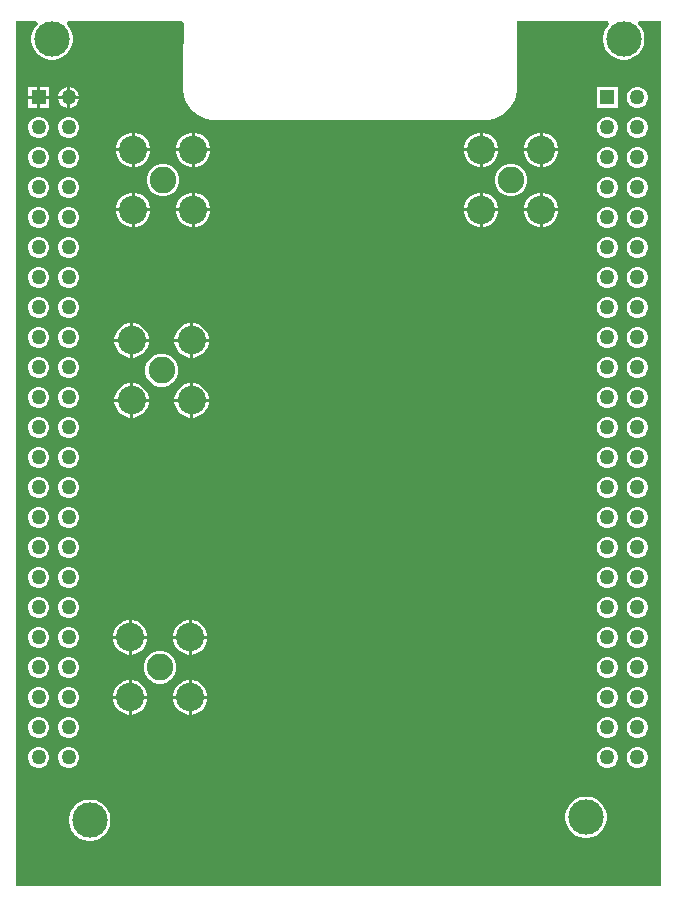
<source format=gbl>
G04*
G04 #@! TF.GenerationSoftware,Altium Limited,Altium Designer,25.8.1 (18)*
G04*
G04 Layer_Physical_Order=2*
G04 Layer_Color=16711680*
%FSLAX44Y44*%
%MOMM*%
G71*
G04*
G04 #@! TF.SameCoordinates,B4FD2330-8F18-4F1E-BBFD-ABE2F71AA5CF*
G04*
G04*
G04 #@! TF.FilePolarity,Positive*
G04*
G01*
G75*
%ADD17C,1.2750*%
%ADD18R,1.2750X1.2750*%
%ADD19C,2.2500*%
%ADD20C,2.4000*%
%ADD21C,3.0000*%
G36*
X546104Y0D02*
X0D01*
Y732557D01*
X17090D01*
X18142Y730017D01*
X16856Y728731D01*
X14936Y725858D01*
X13614Y722666D01*
X12940Y719277D01*
Y715823D01*
X13614Y712434D01*
X14936Y709242D01*
X16856Y706369D01*
X19299Y703926D01*
X22172Y702006D01*
X25364Y700684D01*
X28753Y700010D01*
X32208D01*
X35596Y700684D01*
X38788Y702006D01*
X41661Y703926D01*
X44104Y706369D01*
X46024Y709242D01*
X47346Y712434D01*
X48020Y715823D01*
Y719277D01*
X47346Y722666D01*
X46024Y725858D01*
X44104Y728731D01*
X42818Y730017D01*
X43870Y732557D01*
X139987D01*
X140078Y732515D01*
X141979Y730544D01*
Y715384D01*
X141946Y715304D01*
X140970Y710397D01*
Y710142D01*
X140920Y709892D01*
Y707390D01*
Y676910D01*
Y674408D01*
X140970Y674158D01*
Y673903D01*
X141946Y668996D01*
X142044Y668760D01*
X142093Y668510D01*
X144008Y663887D01*
X144150Y663675D01*
X144248Y663440D01*
X147027Y659280D01*
X147208Y659099D01*
X147349Y658887D01*
X150887Y655349D01*
X151099Y655208D01*
X151280Y655027D01*
X155440Y652247D01*
X155675Y652150D01*
X155887Y652008D01*
X160510Y650094D01*
X160760Y650044D01*
X160996Y649946D01*
X165903Y648970D01*
X166158D01*
X166408Y648920D01*
X398742D01*
X398992Y648970D01*
X399247D01*
X404154Y649946D01*
X404390Y650044D01*
X404640Y650094D01*
X409263Y652008D01*
X409474Y652150D01*
X409710Y652247D01*
X413870Y655027D01*
X414051Y655208D01*
X414263Y655349D01*
X417801Y658887D01*
X417942Y659099D01*
X418123Y659280D01*
X420902Y663440D01*
X421000Y663676D01*
X421142Y663887D01*
X423056Y668510D01*
X423106Y668760D01*
X423204Y668996D01*
X424180Y673903D01*
Y674158D01*
X424230Y674408D01*
Y676910D01*
Y707390D01*
Y709892D01*
X424180Y710142D01*
Y710397D01*
X423742Y712600D01*
Y731814D01*
X424352Y732557D01*
X500960D01*
X502012Y730017D01*
X500726Y728731D01*
X498806Y725858D01*
X497484Y722666D01*
X496810Y719277D01*
Y715823D01*
X497484Y712434D01*
X498806Y709242D01*
X500726Y706369D01*
X503169Y703926D01*
X506042Y702006D01*
X509234Y700684D01*
X512622Y700010D01*
X516077D01*
X519466Y700684D01*
X522658Y702006D01*
X525531Y703926D01*
X527974Y706369D01*
X529894Y709242D01*
X531216Y712434D01*
X531890Y715823D01*
Y719277D01*
X531216Y722666D01*
X529894Y725858D01*
X527974Y728731D01*
X526688Y730017D01*
X527740Y732557D01*
X546104D01*
X546104Y0D01*
D02*
G37*
%LPC*%
G36*
X45720Y676909D02*
Y669290D01*
X53339D01*
X52758Y671461D01*
X51584Y673494D01*
X49924Y675154D01*
X47891Y676328D01*
X45720Y676909D01*
D02*
G37*
G36*
X27965Y676935D02*
X20320D01*
Y669290D01*
X27965D01*
Y676935D01*
D02*
G37*
G36*
X43180Y676909D02*
X41009Y676328D01*
X38976Y675154D01*
X37316Y673494D01*
X36142Y671461D01*
X35561Y669290D01*
X43180D01*
Y676909D01*
D02*
G37*
G36*
X17780Y676935D02*
X10135D01*
Y669290D01*
X17780D01*
Y676935D01*
D02*
G37*
G36*
X53339Y666750D02*
X45720D01*
Y659131D01*
X47891Y659713D01*
X49924Y660886D01*
X51584Y662546D01*
X52758Y664579D01*
X53339Y666750D01*
D02*
G37*
G36*
X43180D02*
X35561D01*
X36142Y664579D01*
X37316Y662546D01*
X38976Y660886D01*
X41009Y659713D01*
X43180Y659131D01*
Y666750D01*
D02*
G37*
G36*
X526954Y676935D02*
X524606D01*
X522339Y676328D01*
X520306Y675154D01*
X518646Y673494D01*
X517472Y671461D01*
X516865Y669194D01*
Y666846D01*
X517472Y664579D01*
X518646Y662546D01*
X520306Y660886D01*
X522339Y659713D01*
X524606Y659105D01*
X526954D01*
X529221Y659713D01*
X531254Y660886D01*
X532914Y662546D01*
X534087Y664579D01*
X534695Y666846D01*
Y669194D01*
X534087Y671461D01*
X532914Y673494D01*
X531254Y675154D01*
X529221Y676328D01*
X526954Y676935D01*
D02*
G37*
G36*
X509295D02*
X491465D01*
Y659105D01*
X509295D01*
Y676935D01*
D02*
G37*
G36*
X27965Y666750D02*
X20320D01*
Y659105D01*
X27965D01*
Y666750D01*
D02*
G37*
G36*
X17780D02*
X10135D01*
Y659105D01*
X17780D01*
Y666750D01*
D02*
G37*
G36*
X526954Y651535D02*
X524606D01*
X522339Y650928D01*
X520306Y649754D01*
X518646Y648094D01*
X517472Y646061D01*
X516865Y643794D01*
Y641446D01*
X517472Y639179D01*
X518646Y637146D01*
X520306Y635486D01*
X522339Y634313D01*
X524606Y633705D01*
X526954D01*
X529221Y634313D01*
X531254Y635486D01*
X532914Y637146D01*
X534087Y639179D01*
X534695Y641446D01*
Y643794D01*
X534087Y646061D01*
X532914Y648094D01*
X531254Y649754D01*
X529221Y650928D01*
X526954Y651535D01*
D02*
G37*
G36*
X501554D02*
X499206D01*
X496939Y650928D01*
X494906Y649754D01*
X493246Y648094D01*
X492072Y646061D01*
X491465Y643794D01*
Y641446D01*
X492072Y639179D01*
X493246Y637146D01*
X494906Y635486D01*
X496939Y634313D01*
X499206Y633705D01*
X501554D01*
X503821Y634313D01*
X505854Y635486D01*
X507514Y637146D01*
X508688Y639179D01*
X509295Y641446D01*
Y643794D01*
X508688Y646061D01*
X507514Y648094D01*
X505854Y649754D01*
X503821Y650928D01*
X501554Y651535D01*
D02*
G37*
G36*
X45624D02*
X43276D01*
X41009Y650928D01*
X38976Y649754D01*
X37316Y648094D01*
X36142Y646061D01*
X35535Y643794D01*
Y641446D01*
X36142Y639179D01*
X37316Y637146D01*
X38976Y635486D01*
X41009Y634313D01*
X43276Y633705D01*
X45624D01*
X47891Y634313D01*
X49924Y635486D01*
X51584Y637146D01*
X52758Y639179D01*
X53365Y641446D01*
Y643794D01*
X52758Y646061D01*
X51584Y648094D01*
X49924Y649754D01*
X47891Y650928D01*
X45624Y651535D01*
D02*
G37*
G36*
X20224D02*
X17876D01*
X15609Y650928D01*
X13576Y649754D01*
X11916Y648094D01*
X10742Y646061D01*
X10135Y643794D01*
Y641446D01*
X10742Y639179D01*
X11916Y637146D01*
X13576Y635486D01*
X15609Y634313D01*
X17876Y633705D01*
X20224D01*
X22491Y634313D01*
X24524Y635486D01*
X26184Y637146D01*
X27357Y639179D01*
X27965Y641446D01*
Y643794D01*
X27357Y646061D01*
X26184Y648094D01*
X24524Y649754D01*
X22491Y650928D01*
X20224Y651535D01*
D02*
G37*
G36*
X446414Y638110D02*
X445770D01*
Y624840D01*
X459040D01*
Y625484D01*
X458049Y629182D01*
X456135Y632498D01*
X453428Y635205D01*
X450112Y637119D01*
X446414Y638110D01*
D02*
G37*
G36*
X395614D02*
X394970D01*
Y624840D01*
X408240D01*
Y625484D01*
X407249Y629182D01*
X405335Y632498D01*
X402628Y635205D01*
X399312Y637119D01*
X395614Y638110D01*
D02*
G37*
G36*
X151774D02*
X151130D01*
Y624840D01*
X164400D01*
Y625484D01*
X163409Y629182D01*
X161495Y632498D01*
X158788Y635205D01*
X155472Y637119D01*
X151774Y638110D01*
D02*
G37*
G36*
X100974D02*
X100330D01*
Y624840D01*
X113600D01*
Y625484D01*
X112609Y629182D01*
X110695Y632498D01*
X107988Y635205D01*
X104672Y637119D01*
X100974Y638110D01*
D02*
G37*
G36*
X443230D02*
X442586D01*
X438888Y637119D01*
X435572Y635205D01*
X432865Y632498D01*
X430951Y629182D01*
X429960Y625484D01*
Y624840D01*
X443230D01*
Y638110D01*
D02*
G37*
G36*
X392430D02*
X391786D01*
X388088Y637119D01*
X384772Y635205D01*
X382065Y632498D01*
X380151Y629182D01*
X379160Y625484D01*
Y624840D01*
X392430D01*
Y638110D01*
D02*
G37*
G36*
X148590D02*
X147946D01*
X144248Y637119D01*
X140932Y635205D01*
X138225Y632498D01*
X136311Y629182D01*
X135320Y625484D01*
Y624840D01*
X148590D01*
Y638110D01*
D02*
G37*
G36*
X97790D02*
X97146D01*
X93448Y637119D01*
X90132Y635205D01*
X87425Y632498D01*
X85511Y629182D01*
X84520Y625484D01*
Y624840D01*
X97790D01*
Y638110D01*
D02*
G37*
G36*
X459040Y622300D02*
X445770D01*
Y609030D01*
X446414D01*
X450112Y610021D01*
X453428Y611935D01*
X456135Y614642D01*
X458049Y617958D01*
X459040Y621656D01*
Y622300D01*
D02*
G37*
G36*
X443230D02*
X429960D01*
Y621656D01*
X430951Y617958D01*
X432865Y614642D01*
X435572Y611935D01*
X438888Y610021D01*
X442586Y609030D01*
X443230D01*
Y622300D01*
D02*
G37*
G36*
X408240D02*
X394970D01*
Y609030D01*
X395614D01*
X399312Y610021D01*
X402628Y611935D01*
X405335Y614642D01*
X407249Y617958D01*
X408240Y621656D01*
Y622300D01*
D02*
G37*
G36*
X392430D02*
X379160D01*
Y621656D01*
X380151Y617958D01*
X382065Y614642D01*
X384772Y611935D01*
X388088Y610021D01*
X391786Y609030D01*
X392430D01*
Y622300D01*
D02*
G37*
G36*
X164400D02*
X151130D01*
Y609030D01*
X151774D01*
X155472Y610021D01*
X158788Y611935D01*
X161495Y614642D01*
X163409Y617958D01*
X164400Y621656D01*
Y622300D01*
D02*
G37*
G36*
X148590D02*
X135320D01*
Y621656D01*
X136311Y617958D01*
X138225Y614642D01*
X140932Y611935D01*
X144248Y610021D01*
X147946Y609030D01*
X148590D01*
Y622300D01*
D02*
G37*
G36*
X113600D02*
X100330D01*
Y609030D01*
X100974D01*
X104672Y610021D01*
X107988Y611935D01*
X110695Y614642D01*
X112609Y617958D01*
X113600Y621656D01*
Y622300D01*
D02*
G37*
G36*
X97790D02*
X84520D01*
Y621656D01*
X85511Y617958D01*
X87425Y614642D01*
X90132Y611935D01*
X93448Y610021D01*
X97146Y609030D01*
X97790D01*
Y622300D01*
D02*
G37*
G36*
X526954Y626135D02*
X524606D01*
X522339Y625527D01*
X520306Y624354D01*
X518646Y622694D01*
X517472Y620661D01*
X516865Y618394D01*
Y616046D01*
X517472Y613779D01*
X518646Y611746D01*
X520306Y610086D01*
X522339Y608913D01*
X524606Y608305D01*
X526954D01*
X529221Y608913D01*
X531254Y610086D01*
X532914Y611746D01*
X534087Y613779D01*
X534695Y616046D01*
Y618394D01*
X534087Y620661D01*
X532914Y622694D01*
X531254Y624354D01*
X529221Y625527D01*
X526954Y626135D01*
D02*
G37*
G36*
X501554D02*
X499206D01*
X496939Y625527D01*
X494906Y624354D01*
X493246Y622694D01*
X492072Y620661D01*
X491465Y618394D01*
Y616046D01*
X492072Y613779D01*
X493246Y611746D01*
X494906Y610086D01*
X496939Y608913D01*
X499206Y608305D01*
X501554D01*
X503821Y608913D01*
X505854Y610086D01*
X507514Y611746D01*
X508688Y613779D01*
X509295Y616046D01*
Y618394D01*
X508688Y620661D01*
X507514Y622694D01*
X505854Y624354D01*
X503821Y625527D01*
X501554Y626135D01*
D02*
G37*
G36*
X45624D02*
X43276D01*
X41009Y625527D01*
X38976Y624354D01*
X37316Y622694D01*
X36142Y620661D01*
X35535Y618394D01*
Y616046D01*
X36142Y613779D01*
X37316Y611746D01*
X38976Y610086D01*
X41009Y608913D01*
X43276Y608305D01*
X45624D01*
X47891Y608913D01*
X49924Y610086D01*
X51584Y611746D01*
X52758Y613779D01*
X53365Y616046D01*
Y618394D01*
X52758Y620661D01*
X51584Y622694D01*
X49924Y624354D01*
X47891Y625527D01*
X45624Y626135D01*
D02*
G37*
G36*
X20224D02*
X17876D01*
X15609Y625527D01*
X13576Y624354D01*
X11916Y622694D01*
X10742Y620661D01*
X10135Y618394D01*
Y616046D01*
X10742Y613779D01*
X11916Y611746D01*
X13576Y610086D01*
X15609Y608913D01*
X17876Y608305D01*
X20224D01*
X22491Y608913D01*
X24524Y610086D01*
X26184Y611746D01*
X27357Y613779D01*
X27965Y616046D01*
Y618394D01*
X27357Y620661D01*
X26184Y622694D01*
X24524Y624354D01*
X22491Y625527D01*
X20224Y626135D01*
D02*
G37*
G36*
X420915Y611960D02*
X417285D01*
X413777Y611020D01*
X410633Y609205D01*
X408065Y606637D01*
X406250Y603493D01*
X405310Y599986D01*
Y596354D01*
X406250Y592847D01*
X408065Y589703D01*
X410633Y587135D01*
X413777Y585320D01*
X417285Y584380D01*
X420915D01*
X424423Y585320D01*
X427567Y587135D01*
X430135Y589703D01*
X431950Y592847D01*
X432890Y596354D01*
Y599986D01*
X431950Y603493D01*
X430135Y606637D01*
X427567Y609205D01*
X424423Y611020D01*
X420915Y611960D01*
D02*
G37*
G36*
X126276D02*
X122645D01*
X119137Y611020D01*
X115993Y609205D01*
X113425Y606637D01*
X111610Y603493D01*
X110670Y599986D01*
Y596354D01*
X111610Y592847D01*
X113425Y589703D01*
X115993Y587135D01*
X119137Y585320D01*
X122645Y584380D01*
X126276D01*
X129783Y585320D01*
X132927Y587135D01*
X135495Y589703D01*
X137310Y592847D01*
X138250Y596354D01*
Y599986D01*
X137310Y603493D01*
X135495Y606637D01*
X132927Y609205D01*
X129783Y611020D01*
X126276Y611960D01*
D02*
G37*
G36*
X526954Y600735D02*
X524606D01*
X522339Y600127D01*
X520306Y598954D01*
X518646Y597294D01*
X517472Y595261D01*
X516865Y592994D01*
Y590646D01*
X517472Y588379D01*
X518646Y586346D01*
X520306Y584686D01*
X522339Y583512D01*
X524606Y582905D01*
X526954D01*
X529221Y583512D01*
X531254Y584686D01*
X532914Y586346D01*
X534087Y588379D01*
X534695Y590646D01*
Y592994D01*
X534087Y595261D01*
X532914Y597294D01*
X531254Y598954D01*
X529221Y600127D01*
X526954Y600735D01*
D02*
G37*
G36*
X501554D02*
X499206D01*
X496939Y600127D01*
X494906Y598954D01*
X493246Y597294D01*
X492072Y595261D01*
X491465Y592994D01*
Y590646D01*
X492072Y588379D01*
X493246Y586346D01*
X494906Y584686D01*
X496939Y583512D01*
X499206Y582905D01*
X501554D01*
X503821Y583512D01*
X505854Y584686D01*
X507514Y586346D01*
X508688Y588379D01*
X509295Y590646D01*
Y592994D01*
X508688Y595261D01*
X507514Y597294D01*
X505854Y598954D01*
X503821Y600127D01*
X501554Y600735D01*
D02*
G37*
G36*
X45624D02*
X43276D01*
X41009Y600127D01*
X38976Y598954D01*
X37316Y597294D01*
X36142Y595261D01*
X35535Y592994D01*
Y590646D01*
X36142Y588379D01*
X37316Y586346D01*
X38976Y584686D01*
X41009Y583512D01*
X43276Y582905D01*
X45624D01*
X47891Y583512D01*
X49924Y584686D01*
X51584Y586346D01*
X52758Y588379D01*
X53365Y590646D01*
Y592994D01*
X52758Y595261D01*
X51584Y597294D01*
X49924Y598954D01*
X47891Y600127D01*
X45624Y600735D01*
D02*
G37*
G36*
X20224D02*
X17876D01*
X15609Y600127D01*
X13576Y598954D01*
X11916Y597294D01*
X10742Y595261D01*
X10135Y592994D01*
Y590646D01*
X10742Y588379D01*
X11916Y586346D01*
X13576Y584686D01*
X15609Y583512D01*
X17876Y582905D01*
X20224D01*
X22491Y583512D01*
X24524Y584686D01*
X26184Y586346D01*
X27357Y588379D01*
X27965Y590646D01*
Y592994D01*
X27357Y595261D01*
X26184Y597294D01*
X24524Y598954D01*
X22491Y600127D01*
X20224Y600735D01*
D02*
G37*
G36*
X446414Y587310D02*
X445770D01*
Y574040D01*
X459040D01*
Y574684D01*
X458049Y578382D01*
X456135Y581698D01*
X453428Y584405D01*
X450112Y586319D01*
X446414Y587310D01*
D02*
G37*
G36*
X395614D02*
X394970D01*
Y574040D01*
X408240D01*
Y574684D01*
X407249Y578382D01*
X405335Y581698D01*
X402628Y584405D01*
X399312Y586319D01*
X395614Y587310D01*
D02*
G37*
G36*
X151774D02*
X151130D01*
Y574040D01*
X164400D01*
Y574684D01*
X163409Y578382D01*
X161495Y581698D01*
X158788Y584405D01*
X155472Y586319D01*
X151774Y587310D01*
D02*
G37*
G36*
X100974D02*
X100330D01*
Y574040D01*
X113600D01*
Y574684D01*
X112609Y578382D01*
X110695Y581698D01*
X107988Y584405D01*
X104672Y586319D01*
X100974Y587310D01*
D02*
G37*
G36*
X443230D02*
X442586D01*
X438888Y586319D01*
X435572Y584405D01*
X432865Y581698D01*
X430951Y578382D01*
X429960Y574684D01*
Y574040D01*
X443230D01*
Y587310D01*
D02*
G37*
G36*
X392430D02*
X391786D01*
X388088Y586319D01*
X384772Y584405D01*
X382065Y581698D01*
X380151Y578382D01*
X379160Y574684D01*
Y574040D01*
X392430D01*
Y587310D01*
D02*
G37*
G36*
X148590D02*
X147946D01*
X144248Y586319D01*
X140932Y584405D01*
X138225Y581698D01*
X136311Y578382D01*
X135320Y574684D01*
Y574040D01*
X148590D01*
Y587310D01*
D02*
G37*
G36*
X97790D02*
X97146D01*
X93448Y586319D01*
X90132Y584405D01*
X87425Y581698D01*
X85511Y578382D01*
X84520Y574684D01*
Y574040D01*
X97790D01*
Y587310D01*
D02*
G37*
G36*
X459040Y571500D02*
X445770D01*
Y558230D01*
X446414D01*
X450112Y559221D01*
X453428Y561135D01*
X456135Y563842D01*
X458049Y567158D01*
X459040Y570856D01*
Y571500D01*
D02*
G37*
G36*
X443230D02*
X429960D01*
Y570856D01*
X430951Y567158D01*
X432865Y563842D01*
X435572Y561135D01*
X438888Y559221D01*
X442586Y558230D01*
X443230D01*
Y571500D01*
D02*
G37*
G36*
X408240D02*
X394970D01*
Y558230D01*
X395614D01*
X399312Y559221D01*
X402628Y561135D01*
X405335Y563842D01*
X407249Y567158D01*
X408240Y570856D01*
Y571500D01*
D02*
G37*
G36*
X392430D02*
X379160D01*
Y570856D01*
X380151Y567158D01*
X382065Y563842D01*
X384772Y561135D01*
X388088Y559221D01*
X391786Y558230D01*
X392430D01*
Y571500D01*
D02*
G37*
G36*
X164400D02*
X151130D01*
Y558230D01*
X151774D01*
X155472Y559221D01*
X158788Y561135D01*
X161495Y563842D01*
X163409Y567158D01*
X164400Y570856D01*
Y571500D01*
D02*
G37*
G36*
X148590D02*
X135320D01*
Y570856D01*
X136311Y567158D01*
X138225Y563842D01*
X140932Y561135D01*
X144248Y559221D01*
X147946Y558230D01*
X148590D01*
Y571500D01*
D02*
G37*
G36*
X113600D02*
X100330D01*
Y558230D01*
X100974D01*
X104672Y559221D01*
X107988Y561135D01*
X110695Y563842D01*
X112609Y567158D01*
X113600Y570856D01*
Y571500D01*
D02*
G37*
G36*
X97790D02*
X84520D01*
Y570856D01*
X85511Y567158D01*
X87425Y563842D01*
X90132Y561135D01*
X93448Y559221D01*
X97146Y558230D01*
X97790D01*
Y571500D01*
D02*
G37*
G36*
X526954Y575335D02*
X524606D01*
X522339Y574728D01*
X520306Y573554D01*
X518646Y571894D01*
X517472Y569861D01*
X516865Y567594D01*
Y565246D01*
X517472Y562979D01*
X518646Y560946D01*
X520306Y559286D01*
X522339Y558112D01*
X524606Y557505D01*
X526954D01*
X529221Y558112D01*
X531254Y559286D01*
X532914Y560946D01*
X534087Y562979D01*
X534695Y565246D01*
Y567594D01*
X534087Y569861D01*
X532914Y571894D01*
X531254Y573554D01*
X529221Y574728D01*
X526954Y575335D01*
D02*
G37*
G36*
X501554D02*
X499206D01*
X496939Y574728D01*
X494906Y573554D01*
X493246Y571894D01*
X492072Y569861D01*
X491465Y567594D01*
Y565246D01*
X492072Y562979D01*
X493246Y560946D01*
X494906Y559286D01*
X496939Y558112D01*
X499206Y557505D01*
X501554D01*
X503821Y558112D01*
X505854Y559286D01*
X507514Y560946D01*
X508688Y562979D01*
X509295Y565246D01*
Y567594D01*
X508688Y569861D01*
X507514Y571894D01*
X505854Y573554D01*
X503821Y574728D01*
X501554Y575335D01*
D02*
G37*
G36*
X45624D02*
X43276D01*
X41009Y574728D01*
X38976Y573554D01*
X37316Y571894D01*
X36142Y569861D01*
X35535Y567594D01*
Y565246D01*
X36142Y562979D01*
X37316Y560946D01*
X38976Y559286D01*
X41009Y558112D01*
X43276Y557505D01*
X45624D01*
X47891Y558112D01*
X49924Y559286D01*
X51584Y560946D01*
X52758Y562979D01*
X53365Y565246D01*
Y567594D01*
X52758Y569861D01*
X51584Y571894D01*
X49924Y573554D01*
X47891Y574728D01*
X45624Y575335D01*
D02*
G37*
G36*
X20224D02*
X17876D01*
X15609Y574728D01*
X13576Y573554D01*
X11916Y571894D01*
X10742Y569861D01*
X10135Y567594D01*
Y565246D01*
X10742Y562979D01*
X11916Y560946D01*
X13576Y559286D01*
X15609Y558112D01*
X17876Y557505D01*
X20224D01*
X22491Y558112D01*
X24524Y559286D01*
X26184Y560946D01*
X27357Y562979D01*
X27965Y565246D01*
Y567594D01*
X27357Y569861D01*
X26184Y571894D01*
X24524Y573554D01*
X22491Y574728D01*
X20224Y575335D01*
D02*
G37*
G36*
X526954Y549935D02*
X524606D01*
X522339Y549328D01*
X520306Y548154D01*
X518646Y546494D01*
X517472Y544461D01*
X516865Y542194D01*
Y539846D01*
X517472Y537579D01*
X518646Y535546D01*
X520306Y533886D01*
X522339Y532713D01*
X524606Y532105D01*
X526954D01*
X529221Y532713D01*
X531254Y533886D01*
X532914Y535546D01*
X534087Y537579D01*
X534695Y539846D01*
Y542194D01*
X534087Y544461D01*
X532914Y546494D01*
X531254Y548154D01*
X529221Y549328D01*
X526954Y549935D01*
D02*
G37*
G36*
X501554D02*
X499206D01*
X496939Y549328D01*
X494906Y548154D01*
X493246Y546494D01*
X492072Y544461D01*
X491465Y542194D01*
Y539846D01*
X492072Y537579D01*
X493246Y535546D01*
X494906Y533886D01*
X496939Y532713D01*
X499206Y532105D01*
X501554D01*
X503821Y532713D01*
X505854Y533886D01*
X507514Y535546D01*
X508688Y537579D01*
X509295Y539846D01*
Y542194D01*
X508688Y544461D01*
X507514Y546494D01*
X505854Y548154D01*
X503821Y549328D01*
X501554Y549935D01*
D02*
G37*
G36*
X45624D02*
X43276D01*
X41009Y549328D01*
X38976Y548154D01*
X37316Y546494D01*
X36142Y544461D01*
X35535Y542194D01*
Y539846D01*
X36142Y537579D01*
X37316Y535546D01*
X38976Y533886D01*
X41009Y532713D01*
X43276Y532105D01*
X45624D01*
X47891Y532713D01*
X49924Y533886D01*
X51584Y535546D01*
X52758Y537579D01*
X53365Y539846D01*
Y542194D01*
X52758Y544461D01*
X51584Y546494D01*
X49924Y548154D01*
X47891Y549328D01*
X45624Y549935D01*
D02*
G37*
G36*
X20224D02*
X17876D01*
X15609Y549328D01*
X13576Y548154D01*
X11916Y546494D01*
X10742Y544461D01*
X10135Y542194D01*
Y539846D01*
X10742Y537579D01*
X11916Y535546D01*
X13576Y533886D01*
X15609Y532713D01*
X17876Y532105D01*
X20224D01*
X22491Y532713D01*
X24524Y533886D01*
X26184Y535546D01*
X27357Y537579D01*
X27965Y539846D01*
Y542194D01*
X27357Y544461D01*
X26184Y546494D01*
X24524Y548154D01*
X22491Y549328D01*
X20224Y549935D01*
D02*
G37*
G36*
X526954Y524535D02*
X524606D01*
X522339Y523927D01*
X520306Y522754D01*
X518646Y521094D01*
X517472Y519061D01*
X516865Y516794D01*
Y514446D01*
X517472Y512179D01*
X518646Y510146D01*
X520306Y508486D01*
X522339Y507313D01*
X524606Y506705D01*
X526954D01*
X529221Y507313D01*
X531254Y508486D01*
X532914Y510146D01*
X534087Y512179D01*
X534695Y514446D01*
Y516794D01*
X534087Y519061D01*
X532914Y521094D01*
X531254Y522754D01*
X529221Y523927D01*
X526954Y524535D01*
D02*
G37*
G36*
X501554D02*
X499206D01*
X496939Y523927D01*
X494906Y522754D01*
X493246Y521094D01*
X492072Y519061D01*
X491465Y516794D01*
Y514446D01*
X492072Y512179D01*
X493246Y510146D01*
X494906Y508486D01*
X496939Y507313D01*
X499206Y506705D01*
X501554D01*
X503821Y507313D01*
X505854Y508486D01*
X507514Y510146D01*
X508688Y512179D01*
X509295Y514446D01*
Y516794D01*
X508688Y519061D01*
X507514Y521094D01*
X505854Y522754D01*
X503821Y523927D01*
X501554Y524535D01*
D02*
G37*
G36*
X45624D02*
X43276D01*
X41009Y523927D01*
X38976Y522754D01*
X37316Y521094D01*
X36142Y519061D01*
X35535Y516794D01*
Y514446D01*
X36142Y512179D01*
X37316Y510146D01*
X38976Y508486D01*
X41009Y507313D01*
X43276Y506705D01*
X45624D01*
X47891Y507313D01*
X49924Y508486D01*
X51584Y510146D01*
X52758Y512179D01*
X53365Y514446D01*
Y516794D01*
X52758Y519061D01*
X51584Y521094D01*
X49924Y522754D01*
X47891Y523927D01*
X45624Y524535D01*
D02*
G37*
G36*
X20224D02*
X17876D01*
X15609Y523927D01*
X13576Y522754D01*
X11916Y521094D01*
X10742Y519061D01*
X10135Y516794D01*
Y514446D01*
X10742Y512179D01*
X11916Y510146D01*
X13576Y508486D01*
X15609Y507313D01*
X17876Y506705D01*
X20224D01*
X22491Y507313D01*
X24524Y508486D01*
X26184Y510146D01*
X27357Y512179D01*
X27965Y514446D01*
Y516794D01*
X27357Y519061D01*
X26184Y521094D01*
X24524Y522754D01*
X22491Y523927D01*
X20224Y524535D01*
D02*
G37*
G36*
X526954Y499135D02*
X524606D01*
X522339Y498527D01*
X520306Y497354D01*
X518646Y495694D01*
X517472Y493661D01*
X516865Y491394D01*
Y489046D01*
X517472Y486779D01*
X518646Y484746D01*
X520306Y483086D01*
X522339Y481912D01*
X524606Y481305D01*
X526954D01*
X529221Y481912D01*
X531254Y483086D01*
X532914Y484746D01*
X534087Y486779D01*
X534695Y489046D01*
Y491394D01*
X534087Y493661D01*
X532914Y495694D01*
X531254Y497354D01*
X529221Y498527D01*
X526954Y499135D01*
D02*
G37*
G36*
X501554D02*
X499206D01*
X496939Y498527D01*
X494906Y497354D01*
X493246Y495694D01*
X492072Y493661D01*
X491465Y491394D01*
Y489046D01*
X492072Y486779D01*
X493246Y484746D01*
X494906Y483086D01*
X496939Y481912D01*
X499206Y481305D01*
X501554D01*
X503821Y481912D01*
X505854Y483086D01*
X507514Y484746D01*
X508688Y486779D01*
X509295Y489046D01*
Y491394D01*
X508688Y493661D01*
X507514Y495694D01*
X505854Y497354D01*
X503821Y498527D01*
X501554Y499135D01*
D02*
G37*
G36*
X45624D02*
X43276D01*
X41009Y498527D01*
X38976Y497354D01*
X37316Y495694D01*
X36142Y493661D01*
X35535Y491394D01*
Y489046D01*
X36142Y486779D01*
X37316Y484746D01*
X38976Y483086D01*
X41009Y481912D01*
X43276Y481305D01*
X45624D01*
X47891Y481912D01*
X49924Y483086D01*
X51584Y484746D01*
X52758Y486779D01*
X53365Y489046D01*
Y491394D01*
X52758Y493661D01*
X51584Y495694D01*
X49924Y497354D01*
X47891Y498527D01*
X45624Y499135D01*
D02*
G37*
G36*
X20224D02*
X17876D01*
X15609Y498527D01*
X13576Y497354D01*
X11916Y495694D01*
X10742Y493661D01*
X10135Y491394D01*
Y489046D01*
X10742Y486779D01*
X11916Y484746D01*
X13576Y483086D01*
X15609Y481912D01*
X17876Y481305D01*
X20224D01*
X22491Y481912D01*
X24524Y483086D01*
X26184Y484746D01*
X27357Y486779D01*
X27965Y489046D01*
Y491394D01*
X27357Y493661D01*
X26184Y495694D01*
X24524Y497354D01*
X22491Y498527D01*
X20224Y499135D01*
D02*
G37*
G36*
X150504Y476820D02*
X149860D01*
Y463550D01*
X163130D01*
Y464194D01*
X162139Y467892D01*
X160225Y471208D01*
X157518Y473915D01*
X154202Y475829D01*
X150504Y476820D01*
D02*
G37*
G36*
X99704D02*
X99060D01*
Y463550D01*
X112330D01*
Y464194D01*
X111339Y467892D01*
X109425Y471208D01*
X106718Y473915D01*
X103402Y475829D01*
X99704Y476820D01*
D02*
G37*
G36*
X147320D02*
X146676D01*
X142978Y475829D01*
X139662Y473915D01*
X136955Y471208D01*
X135041Y467892D01*
X134050Y464194D01*
Y463550D01*
X147320D01*
Y476820D01*
D02*
G37*
G36*
X96520D02*
X95876D01*
X92178Y475829D01*
X88862Y473915D01*
X86155Y471208D01*
X84241Y467892D01*
X83250Y464194D01*
Y463550D01*
X96520D01*
Y476820D01*
D02*
G37*
G36*
X526954Y473735D02*
X524606D01*
X522339Y473128D01*
X520306Y471954D01*
X518646Y470294D01*
X517472Y468261D01*
X516865Y465994D01*
Y463646D01*
X517472Y461379D01*
X518646Y459346D01*
X520306Y457686D01*
X522339Y456512D01*
X524606Y455905D01*
X526954D01*
X529221Y456512D01*
X531254Y457686D01*
X532914Y459346D01*
X534087Y461379D01*
X534695Y463646D01*
Y465994D01*
X534087Y468261D01*
X532914Y470294D01*
X531254Y471954D01*
X529221Y473128D01*
X526954Y473735D01*
D02*
G37*
G36*
X501554D02*
X499206D01*
X496939Y473128D01*
X494906Y471954D01*
X493246Y470294D01*
X492072Y468261D01*
X491465Y465994D01*
Y463646D01*
X492072Y461379D01*
X493246Y459346D01*
X494906Y457686D01*
X496939Y456512D01*
X499206Y455905D01*
X501554D01*
X503821Y456512D01*
X505854Y457686D01*
X507514Y459346D01*
X508688Y461379D01*
X509295Y463646D01*
Y465994D01*
X508688Y468261D01*
X507514Y470294D01*
X505854Y471954D01*
X503821Y473128D01*
X501554Y473735D01*
D02*
G37*
G36*
X45624D02*
X43276D01*
X41009Y473128D01*
X38976Y471954D01*
X37316Y470294D01*
X36142Y468261D01*
X35535Y465994D01*
Y463646D01*
X36142Y461379D01*
X37316Y459346D01*
X38976Y457686D01*
X41009Y456512D01*
X43276Y455905D01*
X45624D01*
X47891Y456512D01*
X49924Y457686D01*
X51584Y459346D01*
X52758Y461379D01*
X53365Y463646D01*
Y465994D01*
X52758Y468261D01*
X51584Y470294D01*
X49924Y471954D01*
X47891Y473128D01*
X45624Y473735D01*
D02*
G37*
G36*
X20224D02*
X17876D01*
X15609Y473128D01*
X13576Y471954D01*
X11916Y470294D01*
X10742Y468261D01*
X10135Y465994D01*
Y463646D01*
X10742Y461379D01*
X11916Y459346D01*
X13576Y457686D01*
X15609Y456512D01*
X17876Y455905D01*
X20224D01*
X22491Y456512D01*
X24524Y457686D01*
X26184Y459346D01*
X27357Y461379D01*
X27965Y463646D01*
Y465994D01*
X27357Y468261D01*
X26184Y470294D01*
X24524Y471954D01*
X22491Y473128D01*
X20224Y473735D01*
D02*
G37*
G36*
X163130Y461010D02*
X149860D01*
Y447740D01*
X150504D01*
X154202Y448731D01*
X157518Y450645D01*
X160225Y453352D01*
X162139Y456668D01*
X163130Y460366D01*
Y461010D01*
D02*
G37*
G36*
X147320D02*
X134050D01*
Y460366D01*
X135041Y456668D01*
X136955Y453352D01*
X139662Y450645D01*
X142978Y448731D01*
X146676Y447740D01*
X147320D01*
Y461010D01*
D02*
G37*
G36*
X112330D02*
X99060D01*
Y447740D01*
X99704D01*
X103402Y448731D01*
X106718Y450645D01*
X109425Y453352D01*
X111339Y456668D01*
X112330Y460366D01*
Y461010D01*
D02*
G37*
G36*
X96520D02*
X83250D01*
Y460366D01*
X84241Y456668D01*
X86155Y453352D01*
X88862Y450645D01*
X92178Y448731D01*
X95876Y447740D01*
X96520D01*
Y461010D01*
D02*
G37*
G36*
X526954Y448335D02*
X524606D01*
X522339Y447728D01*
X520306Y446554D01*
X518646Y444894D01*
X517472Y442861D01*
X516865Y440594D01*
Y438246D01*
X517472Y435979D01*
X518646Y433946D01*
X520306Y432286D01*
X522339Y431113D01*
X524606Y430505D01*
X526954D01*
X529221Y431113D01*
X531254Y432286D01*
X532914Y433946D01*
X534087Y435979D01*
X534695Y438246D01*
Y440594D01*
X534087Y442861D01*
X532914Y444894D01*
X531254Y446554D01*
X529221Y447728D01*
X526954Y448335D01*
D02*
G37*
G36*
X501554D02*
X499206D01*
X496939Y447728D01*
X494906Y446554D01*
X493246Y444894D01*
X492072Y442861D01*
X491465Y440594D01*
Y438246D01*
X492072Y435979D01*
X493246Y433946D01*
X494906Y432286D01*
X496939Y431113D01*
X499206Y430505D01*
X501554D01*
X503821Y431113D01*
X505854Y432286D01*
X507514Y433946D01*
X508688Y435979D01*
X509295Y438246D01*
Y440594D01*
X508688Y442861D01*
X507514Y444894D01*
X505854Y446554D01*
X503821Y447728D01*
X501554Y448335D01*
D02*
G37*
G36*
X45624D02*
X43276D01*
X41009Y447728D01*
X38976Y446554D01*
X37316Y444894D01*
X36142Y442861D01*
X35535Y440594D01*
Y438246D01*
X36142Y435979D01*
X37316Y433946D01*
X38976Y432286D01*
X41009Y431113D01*
X43276Y430505D01*
X45624D01*
X47891Y431113D01*
X49924Y432286D01*
X51584Y433946D01*
X52758Y435979D01*
X53365Y438246D01*
Y440594D01*
X52758Y442861D01*
X51584Y444894D01*
X49924Y446554D01*
X47891Y447728D01*
X45624Y448335D01*
D02*
G37*
G36*
X20224D02*
X17876D01*
X15609Y447728D01*
X13576Y446554D01*
X11916Y444894D01*
X10742Y442861D01*
X10135Y440594D01*
Y438246D01*
X10742Y435979D01*
X11916Y433946D01*
X13576Y432286D01*
X15609Y431113D01*
X17876Y430505D01*
X20224D01*
X22491Y431113D01*
X24524Y432286D01*
X26184Y433946D01*
X27357Y435979D01*
X27965Y438246D01*
Y440594D01*
X27357Y442861D01*
X26184Y444894D01*
X24524Y446554D01*
X22491Y447728D01*
X20224Y448335D01*
D02*
G37*
G36*
X125006Y450670D02*
X121375D01*
X117867Y449730D01*
X114723Y447915D01*
X112155Y445347D01*
X110340Y442203D01*
X109400Y438695D01*
Y435065D01*
X110340Y431557D01*
X112155Y428413D01*
X114723Y425845D01*
X117867Y424030D01*
X121375Y423090D01*
X125006D01*
X128513Y424030D01*
X131657Y425845D01*
X134225Y428413D01*
X136040Y431557D01*
X136980Y435065D01*
Y438695D01*
X136040Y442203D01*
X134225Y445347D01*
X131657Y447915D01*
X128513Y449730D01*
X125006Y450670D01*
D02*
G37*
G36*
X150504Y426020D02*
X149860D01*
Y412750D01*
X163130D01*
Y413394D01*
X162139Y417092D01*
X160225Y420408D01*
X157518Y423115D01*
X154202Y425029D01*
X150504Y426020D01*
D02*
G37*
G36*
X99704D02*
X99060D01*
Y412750D01*
X112330D01*
Y413394D01*
X111339Y417092D01*
X109425Y420408D01*
X106718Y423115D01*
X103402Y425029D01*
X99704Y426020D01*
D02*
G37*
G36*
X96520D02*
X95876D01*
X92178Y425029D01*
X88862Y423115D01*
X86155Y420408D01*
X84241Y417092D01*
X83250Y413394D01*
Y412750D01*
X96520D01*
Y426020D01*
D02*
G37*
G36*
X147320D02*
X146676D01*
X142978Y425029D01*
X139662Y423115D01*
X136955Y420408D01*
X135041Y417092D01*
X134050Y413394D01*
Y412750D01*
X147320D01*
Y426020D01*
D02*
G37*
G36*
X526954Y422935D02*
X524606D01*
X522339Y422327D01*
X520306Y421154D01*
X518646Y419494D01*
X517472Y417461D01*
X516865Y415194D01*
Y412846D01*
X517472Y410579D01*
X518646Y408546D01*
X520306Y406886D01*
X522339Y405713D01*
X524606Y405105D01*
X526954D01*
X529221Y405713D01*
X531254Y406886D01*
X532914Y408546D01*
X534087Y410579D01*
X534695Y412846D01*
Y415194D01*
X534087Y417461D01*
X532914Y419494D01*
X531254Y421154D01*
X529221Y422327D01*
X526954Y422935D01*
D02*
G37*
G36*
X501554D02*
X499206D01*
X496939Y422327D01*
X494906Y421154D01*
X493246Y419494D01*
X492072Y417461D01*
X491465Y415194D01*
Y412846D01*
X492072Y410579D01*
X493246Y408546D01*
X494906Y406886D01*
X496939Y405713D01*
X499206Y405105D01*
X501554D01*
X503821Y405713D01*
X505854Y406886D01*
X507514Y408546D01*
X508688Y410579D01*
X509295Y412846D01*
Y415194D01*
X508688Y417461D01*
X507514Y419494D01*
X505854Y421154D01*
X503821Y422327D01*
X501554Y422935D01*
D02*
G37*
G36*
X45624D02*
X43276D01*
X41009Y422327D01*
X38976Y421154D01*
X37316Y419494D01*
X36142Y417461D01*
X35535Y415194D01*
Y412846D01*
X36142Y410579D01*
X37316Y408546D01*
X38976Y406886D01*
X41009Y405713D01*
X43276Y405105D01*
X45624D01*
X47891Y405713D01*
X49924Y406886D01*
X51584Y408546D01*
X52758Y410579D01*
X53365Y412846D01*
Y415194D01*
X52758Y417461D01*
X51584Y419494D01*
X49924Y421154D01*
X47891Y422327D01*
X45624Y422935D01*
D02*
G37*
G36*
X20224D02*
X17876D01*
X15609Y422327D01*
X13576Y421154D01*
X11916Y419494D01*
X10742Y417461D01*
X10135Y415194D01*
Y412846D01*
X10742Y410579D01*
X11916Y408546D01*
X13576Y406886D01*
X15609Y405713D01*
X17876Y405105D01*
X20224D01*
X22491Y405713D01*
X24524Y406886D01*
X26184Y408546D01*
X27357Y410579D01*
X27965Y412846D01*
Y415194D01*
X27357Y417461D01*
X26184Y419494D01*
X24524Y421154D01*
X22491Y422327D01*
X20224Y422935D01*
D02*
G37*
G36*
X163130Y410210D02*
X149860D01*
Y396940D01*
X150504D01*
X154202Y397931D01*
X157518Y399845D01*
X160225Y402552D01*
X162139Y405868D01*
X163130Y409566D01*
Y410210D01*
D02*
G37*
G36*
X147320D02*
X134050D01*
Y409566D01*
X135041Y405868D01*
X136955Y402552D01*
X139662Y399845D01*
X142978Y397931D01*
X146676Y396940D01*
X147320D01*
Y410210D01*
D02*
G37*
G36*
X112330D02*
X99060D01*
Y396940D01*
X99704D01*
X103402Y397931D01*
X106718Y399845D01*
X109425Y402552D01*
X111339Y405868D01*
X112330Y409566D01*
Y410210D01*
D02*
G37*
G36*
X96520D02*
X83250D01*
Y409566D01*
X84241Y405868D01*
X86155Y402552D01*
X88862Y399845D01*
X92178Y397931D01*
X95876Y396940D01*
X96520D01*
Y410210D01*
D02*
G37*
G36*
X526954Y397535D02*
X524606D01*
X522339Y396927D01*
X520306Y395754D01*
X518646Y394094D01*
X517472Y392061D01*
X516865Y389794D01*
Y387446D01*
X517472Y385179D01*
X518646Y383146D01*
X520306Y381486D01*
X522339Y380312D01*
X524606Y379705D01*
X526954D01*
X529221Y380312D01*
X531254Y381486D01*
X532914Y383146D01*
X534087Y385179D01*
X534695Y387446D01*
Y389794D01*
X534087Y392061D01*
X532914Y394094D01*
X531254Y395754D01*
X529221Y396927D01*
X526954Y397535D01*
D02*
G37*
G36*
X501554D02*
X499206D01*
X496939Y396927D01*
X494906Y395754D01*
X493246Y394094D01*
X492072Y392061D01*
X491465Y389794D01*
Y387446D01*
X492072Y385179D01*
X493246Y383146D01*
X494906Y381486D01*
X496939Y380312D01*
X499206Y379705D01*
X501554D01*
X503821Y380312D01*
X505854Y381486D01*
X507514Y383146D01*
X508688Y385179D01*
X509295Y387446D01*
Y389794D01*
X508688Y392061D01*
X507514Y394094D01*
X505854Y395754D01*
X503821Y396927D01*
X501554Y397535D01*
D02*
G37*
G36*
X45624D02*
X43276D01*
X41009Y396927D01*
X38976Y395754D01*
X37316Y394094D01*
X36142Y392061D01*
X35535Y389794D01*
Y387446D01*
X36142Y385179D01*
X37316Y383146D01*
X38976Y381486D01*
X41009Y380312D01*
X43276Y379705D01*
X45624D01*
X47891Y380312D01*
X49924Y381486D01*
X51584Y383146D01*
X52758Y385179D01*
X53365Y387446D01*
Y389794D01*
X52758Y392061D01*
X51584Y394094D01*
X49924Y395754D01*
X47891Y396927D01*
X45624Y397535D01*
D02*
G37*
G36*
X20224D02*
X17876D01*
X15609Y396927D01*
X13576Y395754D01*
X11916Y394094D01*
X10742Y392061D01*
X10135Y389794D01*
Y387446D01*
X10742Y385179D01*
X11916Y383146D01*
X13576Y381486D01*
X15609Y380312D01*
X17876Y379705D01*
X20224D01*
X22491Y380312D01*
X24524Y381486D01*
X26184Y383146D01*
X27357Y385179D01*
X27965Y387446D01*
Y389794D01*
X27357Y392061D01*
X26184Y394094D01*
X24524Y395754D01*
X22491Y396927D01*
X20224Y397535D01*
D02*
G37*
G36*
X526954Y372135D02*
X524606D01*
X522339Y371527D01*
X520306Y370354D01*
X518646Y368694D01*
X517472Y366661D01*
X516865Y364394D01*
Y362046D01*
X517472Y359779D01*
X518646Y357746D01*
X520306Y356086D01*
X522339Y354912D01*
X524606Y354305D01*
X526954D01*
X529221Y354912D01*
X531254Y356086D01*
X532914Y357746D01*
X534087Y359779D01*
X534695Y362046D01*
Y364394D01*
X534087Y366661D01*
X532914Y368694D01*
X531254Y370354D01*
X529221Y371527D01*
X526954Y372135D01*
D02*
G37*
G36*
X501554D02*
X499206D01*
X496939Y371527D01*
X494906Y370354D01*
X493246Y368694D01*
X492072Y366661D01*
X491465Y364394D01*
Y362046D01*
X492072Y359779D01*
X493246Y357746D01*
X494906Y356086D01*
X496939Y354912D01*
X499206Y354305D01*
X501554D01*
X503821Y354912D01*
X505854Y356086D01*
X507514Y357746D01*
X508688Y359779D01*
X509295Y362046D01*
Y364394D01*
X508688Y366661D01*
X507514Y368694D01*
X505854Y370354D01*
X503821Y371527D01*
X501554Y372135D01*
D02*
G37*
G36*
X45624D02*
X43276D01*
X41009Y371527D01*
X38976Y370354D01*
X37316Y368694D01*
X36142Y366661D01*
X35535Y364394D01*
Y362046D01*
X36142Y359779D01*
X37316Y357746D01*
X38976Y356086D01*
X41009Y354912D01*
X43276Y354305D01*
X45624D01*
X47891Y354912D01*
X49924Y356086D01*
X51584Y357746D01*
X52758Y359779D01*
X53365Y362046D01*
Y364394D01*
X52758Y366661D01*
X51584Y368694D01*
X49924Y370354D01*
X47891Y371527D01*
X45624Y372135D01*
D02*
G37*
G36*
X20224D02*
X17876D01*
X15609Y371527D01*
X13576Y370354D01*
X11916Y368694D01*
X10742Y366661D01*
X10135Y364394D01*
Y362046D01*
X10742Y359779D01*
X11916Y357746D01*
X13576Y356086D01*
X15609Y354912D01*
X17876Y354305D01*
X20224D01*
X22491Y354912D01*
X24524Y356086D01*
X26184Y357746D01*
X27357Y359779D01*
X27965Y362046D01*
Y364394D01*
X27357Y366661D01*
X26184Y368694D01*
X24524Y370354D01*
X22491Y371527D01*
X20224Y372135D01*
D02*
G37*
G36*
X526954Y346735D02*
X524606D01*
X522339Y346128D01*
X520306Y344954D01*
X518646Y343294D01*
X517472Y341261D01*
X516865Y338994D01*
Y336646D01*
X517472Y334379D01*
X518646Y332346D01*
X520306Y330686D01*
X522339Y329512D01*
X524606Y328905D01*
X526954D01*
X529221Y329512D01*
X531254Y330686D01*
X532914Y332346D01*
X534087Y334379D01*
X534695Y336646D01*
Y338994D01*
X534087Y341261D01*
X532914Y343294D01*
X531254Y344954D01*
X529221Y346128D01*
X526954Y346735D01*
D02*
G37*
G36*
X501554D02*
X499206D01*
X496939Y346128D01*
X494906Y344954D01*
X493246Y343294D01*
X492072Y341261D01*
X491465Y338994D01*
Y336646D01*
X492072Y334379D01*
X493246Y332346D01*
X494906Y330686D01*
X496939Y329512D01*
X499206Y328905D01*
X501554D01*
X503821Y329512D01*
X505854Y330686D01*
X507514Y332346D01*
X508688Y334379D01*
X509295Y336646D01*
Y338994D01*
X508688Y341261D01*
X507514Y343294D01*
X505854Y344954D01*
X503821Y346128D01*
X501554Y346735D01*
D02*
G37*
G36*
X45624D02*
X43276D01*
X41009Y346128D01*
X38976Y344954D01*
X37316Y343294D01*
X36142Y341261D01*
X35535Y338994D01*
Y336646D01*
X36142Y334379D01*
X37316Y332346D01*
X38976Y330686D01*
X41009Y329512D01*
X43276Y328905D01*
X45624D01*
X47891Y329512D01*
X49924Y330686D01*
X51584Y332346D01*
X52758Y334379D01*
X53365Y336646D01*
Y338994D01*
X52758Y341261D01*
X51584Y343294D01*
X49924Y344954D01*
X47891Y346128D01*
X45624Y346735D01*
D02*
G37*
G36*
X20224D02*
X17876D01*
X15609Y346128D01*
X13576Y344954D01*
X11916Y343294D01*
X10742Y341261D01*
X10135Y338994D01*
Y336646D01*
X10742Y334379D01*
X11916Y332346D01*
X13576Y330686D01*
X15609Y329512D01*
X17876Y328905D01*
X20224D01*
X22491Y329512D01*
X24524Y330686D01*
X26184Y332346D01*
X27357Y334379D01*
X27965Y336646D01*
Y338994D01*
X27357Y341261D01*
X26184Y343294D01*
X24524Y344954D01*
X22491Y346128D01*
X20224Y346735D01*
D02*
G37*
G36*
X526954Y321335D02*
X524606D01*
X522339Y320728D01*
X520306Y319554D01*
X518646Y317894D01*
X517472Y315861D01*
X516865Y313594D01*
Y311246D01*
X517472Y308979D01*
X518646Y306946D01*
X520306Y305286D01*
X522339Y304112D01*
X524606Y303505D01*
X526954D01*
X529221Y304112D01*
X531254Y305286D01*
X532914Y306946D01*
X534087Y308979D01*
X534695Y311246D01*
Y313594D01*
X534087Y315861D01*
X532914Y317894D01*
X531254Y319554D01*
X529221Y320728D01*
X526954Y321335D01*
D02*
G37*
G36*
X501554D02*
X499206D01*
X496939Y320728D01*
X494906Y319554D01*
X493246Y317894D01*
X492072Y315861D01*
X491465Y313594D01*
Y311246D01*
X492072Y308979D01*
X493246Y306946D01*
X494906Y305286D01*
X496939Y304112D01*
X499206Y303505D01*
X501554D01*
X503821Y304112D01*
X505854Y305286D01*
X507514Y306946D01*
X508688Y308979D01*
X509295Y311246D01*
Y313594D01*
X508688Y315861D01*
X507514Y317894D01*
X505854Y319554D01*
X503821Y320728D01*
X501554Y321335D01*
D02*
G37*
G36*
X45624D02*
X43276D01*
X41009Y320728D01*
X38976Y319554D01*
X37316Y317894D01*
X36142Y315861D01*
X35535Y313594D01*
Y311246D01*
X36142Y308979D01*
X37316Y306946D01*
X38976Y305286D01*
X41009Y304112D01*
X43276Y303505D01*
X45624D01*
X47891Y304112D01*
X49924Y305286D01*
X51584Y306946D01*
X52758Y308979D01*
X53365Y311246D01*
Y313594D01*
X52758Y315861D01*
X51584Y317894D01*
X49924Y319554D01*
X47891Y320728D01*
X45624Y321335D01*
D02*
G37*
G36*
X20224D02*
X17876D01*
X15609Y320728D01*
X13576Y319554D01*
X11916Y317894D01*
X10742Y315861D01*
X10135Y313594D01*
Y311246D01*
X10742Y308979D01*
X11916Y306946D01*
X13576Y305286D01*
X15609Y304112D01*
X17876Y303505D01*
X20224D01*
X22491Y304112D01*
X24524Y305286D01*
X26184Y306946D01*
X27357Y308979D01*
X27965Y311246D01*
Y313594D01*
X27357Y315861D01*
X26184Y317894D01*
X24524Y319554D01*
X22491Y320728D01*
X20224Y321335D01*
D02*
G37*
G36*
X526954Y295935D02*
X524606D01*
X522339Y295327D01*
X520306Y294154D01*
X518646Y292494D01*
X517472Y290461D01*
X516865Y288194D01*
Y285846D01*
X517472Y283579D01*
X518646Y281546D01*
X520306Y279886D01*
X522339Y278713D01*
X524606Y278105D01*
X526954D01*
X529221Y278713D01*
X531254Y279886D01*
X532914Y281546D01*
X534087Y283579D01*
X534695Y285846D01*
Y288194D01*
X534087Y290461D01*
X532914Y292494D01*
X531254Y294154D01*
X529221Y295327D01*
X526954Y295935D01*
D02*
G37*
G36*
X501554D02*
X499206D01*
X496939Y295327D01*
X494906Y294154D01*
X493246Y292494D01*
X492072Y290461D01*
X491465Y288194D01*
Y285846D01*
X492072Y283579D01*
X493246Y281546D01*
X494906Y279886D01*
X496939Y278713D01*
X499206Y278105D01*
X501554D01*
X503821Y278713D01*
X505854Y279886D01*
X507514Y281546D01*
X508688Y283579D01*
X509295Y285846D01*
Y288194D01*
X508688Y290461D01*
X507514Y292494D01*
X505854Y294154D01*
X503821Y295327D01*
X501554Y295935D01*
D02*
G37*
G36*
X45624D02*
X43276D01*
X41009Y295327D01*
X38976Y294154D01*
X37316Y292494D01*
X36142Y290461D01*
X35535Y288194D01*
Y285846D01*
X36142Y283579D01*
X37316Y281546D01*
X38976Y279886D01*
X41009Y278713D01*
X43276Y278105D01*
X45624D01*
X47891Y278713D01*
X49924Y279886D01*
X51584Y281546D01*
X52758Y283579D01*
X53365Y285846D01*
Y288194D01*
X52758Y290461D01*
X51584Y292494D01*
X49924Y294154D01*
X47891Y295327D01*
X45624Y295935D01*
D02*
G37*
G36*
X20224D02*
X17876D01*
X15609Y295327D01*
X13576Y294154D01*
X11916Y292494D01*
X10742Y290461D01*
X10135Y288194D01*
Y285846D01*
X10742Y283579D01*
X11916Y281546D01*
X13576Y279886D01*
X15609Y278713D01*
X17876Y278105D01*
X20224D01*
X22491Y278713D01*
X24524Y279886D01*
X26184Y281546D01*
X27357Y283579D01*
X27965Y285846D01*
Y288194D01*
X27357Y290461D01*
X26184Y292494D01*
X24524Y294154D01*
X22491Y295327D01*
X20224Y295935D01*
D02*
G37*
G36*
X526954Y270535D02*
X524606D01*
X522339Y269928D01*
X520306Y268754D01*
X518646Y267094D01*
X517472Y265061D01*
X516865Y262794D01*
Y260446D01*
X517472Y258179D01*
X518646Y256146D01*
X520306Y254486D01*
X522339Y253312D01*
X524606Y252705D01*
X526954D01*
X529221Y253312D01*
X531254Y254486D01*
X532914Y256146D01*
X534087Y258179D01*
X534695Y260446D01*
Y262794D01*
X534087Y265061D01*
X532914Y267094D01*
X531254Y268754D01*
X529221Y269928D01*
X526954Y270535D01*
D02*
G37*
G36*
X501554D02*
X499206D01*
X496939Y269928D01*
X494906Y268754D01*
X493246Y267094D01*
X492072Y265061D01*
X491465Y262794D01*
Y260446D01*
X492072Y258179D01*
X493246Y256146D01*
X494906Y254486D01*
X496939Y253312D01*
X499206Y252705D01*
X501554D01*
X503821Y253312D01*
X505854Y254486D01*
X507514Y256146D01*
X508688Y258179D01*
X509295Y260446D01*
Y262794D01*
X508688Y265061D01*
X507514Y267094D01*
X505854Y268754D01*
X503821Y269928D01*
X501554Y270535D01*
D02*
G37*
G36*
X45624D02*
X43276D01*
X41009Y269928D01*
X38976Y268754D01*
X37316Y267094D01*
X36142Y265061D01*
X35535Y262794D01*
Y260446D01*
X36142Y258179D01*
X37316Y256146D01*
X38976Y254486D01*
X41009Y253312D01*
X43276Y252705D01*
X45624D01*
X47891Y253312D01*
X49924Y254486D01*
X51584Y256146D01*
X52758Y258179D01*
X53365Y260446D01*
Y262794D01*
X52758Y265061D01*
X51584Y267094D01*
X49924Y268754D01*
X47891Y269928D01*
X45624Y270535D01*
D02*
G37*
G36*
X20224D02*
X17876D01*
X15609Y269928D01*
X13576Y268754D01*
X11916Y267094D01*
X10742Y265061D01*
X10135Y262794D01*
Y260446D01*
X10742Y258179D01*
X11916Y256146D01*
X13576Y254486D01*
X15609Y253312D01*
X17876Y252705D01*
X20224D01*
X22491Y253312D01*
X24524Y254486D01*
X26184Y256146D01*
X27357Y258179D01*
X27965Y260446D01*
Y262794D01*
X27357Y265061D01*
X26184Y267094D01*
X24524Y268754D01*
X22491Y269928D01*
X20224Y270535D01*
D02*
G37*
G36*
X526954Y245135D02*
X524606D01*
X522339Y244527D01*
X520306Y243354D01*
X518646Y241694D01*
X517472Y239661D01*
X516865Y237394D01*
Y235046D01*
X517472Y232779D01*
X518646Y230746D01*
X520306Y229086D01*
X522339Y227913D01*
X524606Y227305D01*
X526954D01*
X529221Y227913D01*
X531254Y229086D01*
X532914Y230746D01*
X534087Y232779D01*
X534695Y235046D01*
Y237394D01*
X534087Y239661D01*
X532914Y241694D01*
X531254Y243354D01*
X529221Y244527D01*
X526954Y245135D01*
D02*
G37*
G36*
X501554D02*
X499206D01*
X496939Y244527D01*
X494906Y243354D01*
X493246Y241694D01*
X492072Y239661D01*
X491465Y237394D01*
Y235046D01*
X492072Y232779D01*
X493246Y230746D01*
X494906Y229086D01*
X496939Y227913D01*
X499206Y227305D01*
X501554D01*
X503821Y227913D01*
X505854Y229086D01*
X507514Y230746D01*
X508688Y232779D01*
X509295Y235046D01*
Y237394D01*
X508688Y239661D01*
X507514Y241694D01*
X505854Y243354D01*
X503821Y244527D01*
X501554Y245135D01*
D02*
G37*
G36*
X45624D02*
X43276D01*
X41009Y244527D01*
X38976Y243354D01*
X37316Y241694D01*
X36142Y239661D01*
X35535Y237394D01*
Y235046D01*
X36142Y232779D01*
X37316Y230746D01*
X38976Y229086D01*
X41009Y227913D01*
X43276Y227305D01*
X45624D01*
X47891Y227913D01*
X49924Y229086D01*
X51584Y230746D01*
X52758Y232779D01*
X53365Y235046D01*
Y237394D01*
X52758Y239661D01*
X51584Y241694D01*
X49924Y243354D01*
X47891Y244527D01*
X45624Y245135D01*
D02*
G37*
G36*
X20224D02*
X17876D01*
X15609Y244527D01*
X13576Y243354D01*
X11916Y241694D01*
X10742Y239661D01*
X10135Y237394D01*
Y235046D01*
X10742Y232779D01*
X11916Y230746D01*
X13576Y229086D01*
X15609Y227913D01*
X17876Y227305D01*
X20224D01*
X22491Y227913D01*
X24524Y229086D01*
X26184Y230746D01*
X27357Y232779D01*
X27965Y235046D01*
Y237394D01*
X27357Y239661D01*
X26184Y241694D01*
X24524Y243354D01*
X22491Y244527D01*
X20224Y245135D01*
D02*
G37*
G36*
X149234Y225360D02*
X148590D01*
Y212090D01*
X161860D01*
Y212734D01*
X160869Y216432D01*
X158955Y219748D01*
X156248Y222455D01*
X152932Y224369D01*
X149234Y225360D01*
D02*
G37*
G36*
X98434D02*
X97790D01*
Y212090D01*
X111060D01*
Y212734D01*
X110069Y216432D01*
X108155Y219748D01*
X105448Y222455D01*
X102132Y224369D01*
X98434Y225360D01*
D02*
G37*
G36*
X146050D02*
X145406D01*
X141708Y224369D01*
X138392Y222455D01*
X135685Y219748D01*
X133771Y216432D01*
X132780Y212734D01*
Y212090D01*
X146050D01*
Y225360D01*
D02*
G37*
G36*
X95250D02*
X94606D01*
X90908Y224369D01*
X87592Y222455D01*
X84885Y219748D01*
X82971Y216432D01*
X81980Y212734D01*
Y212090D01*
X95250D01*
Y225360D01*
D02*
G37*
G36*
X526954Y219735D02*
X524606D01*
X522339Y219128D01*
X520306Y217954D01*
X518646Y216294D01*
X517472Y214261D01*
X516865Y211994D01*
Y209646D01*
X517472Y207379D01*
X518646Y205346D01*
X520306Y203686D01*
X522339Y202512D01*
X524606Y201905D01*
X526954D01*
X529221Y202512D01*
X531254Y203686D01*
X532914Y205346D01*
X534087Y207379D01*
X534695Y209646D01*
Y211994D01*
X534087Y214261D01*
X532914Y216294D01*
X531254Y217954D01*
X529221Y219128D01*
X526954Y219735D01*
D02*
G37*
G36*
X501554D02*
X499206D01*
X496939Y219128D01*
X494906Y217954D01*
X493246Y216294D01*
X492072Y214261D01*
X491465Y211994D01*
Y209646D01*
X492072Y207379D01*
X493246Y205346D01*
X494906Y203686D01*
X496939Y202512D01*
X499206Y201905D01*
X501554D01*
X503821Y202512D01*
X505854Y203686D01*
X507514Y205346D01*
X508688Y207379D01*
X509295Y209646D01*
Y211994D01*
X508688Y214261D01*
X507514Y216294D01*
X505854Y217954D01*
X503821Y219128D01*
X501554Y219735D01*
D02*
G37*
G36*
X45624D02*
X43276D01*
X41009Y219128D01*
X38976Y217954D01*
X37316Y216294D01*
X36142Y214261D01*
X35535Y211994D01*
Y209646D01*
X36142Y207379D01*
X37316Y205346D01*
X38976Y203686D01*
X41009Y202512D01*
X43276Y201905D01*
X45624D01*
X47891Y202512D01*
X49924Y203686D01*
X51584Y205346D01*
X52758Y207379D01*
X53365Y209646D01*
Y211994D01*
X52758Y214261D01*
X51584Y216294D01*
X49924Y217954D01*
X47891Y219128D01*
X45624Y219735D01*
D02*
G37*
G36*
X20224D02*
X17876D01*
X15609Y219128D01*
X13576Y217954D01*
X11916Y216294D01*
X10742Y214261D01*
X10135Y211994D01*
Y209646D01*
X10742Y207379D01*
X11916Y205346D01*
X13576Y203686D01*
X15609Y202512D01*
X17876Y201905D01*
X20224D01*
X22491Y202512D01*
X24524Y203686D01*
X26184Y205346D01*
X27357Y207379D01*
X27965Y209646D01*
Y211994D01*
X27357Y214261D01*
X26184Y216294D01*
X24524Y217954D01*
X22491Y219128D01*
X20224Y219735D01*
D02*
G37*
G36*
X161860Y209550D02*
X148590D01*
Y196280D01*
X149234D01*
X152932Y197271D01*
X156248Y199185D01*
X158955Y201892D01*
X160869Y205208D01*
X161860Y208906D01*
Y209550D01*
D02*
G37*
G36*
X146050D02*
X132780D01*
Y208906D01*
X133771Y205208D01*
X135685Y201892D01*
X138392Y199185D01*
X141708Y197271D01*
X145406Y196280D01*
X146050D01*
Y209550D01*
D02*
G37*
G36*
X111060D02*
X97790D01*
Y196280D01*
X98434D01*
X102132Y197271D01*
X105448Y199185D01*
X108155Y201892D01*
X110069Y205208D01*
X111060Y208906D01*
Y209550D01*
D02*
G37*
G36*
X95250D02*
X81980D01*
Y208906D01*
X82971Y205208D01*
X84885Y201892D01*
X87592Y199185D01*
X90908Y197271D01*
X94606Y196280D01*
X95250D01*
Y209550D01*
D02*
G37*
G36*
X526954Y194335D02*
X524606D01*
X522339Y193727D01*
X520306Y192554D01*
X518646Y190894D01*
X517472Y188861D01*
X516865Y186594D01*
Y184246D01*
X517472Y181979D01*
X518646Y179946D01*
X520306Y178286D01*
X522339Y177113D01*
X524606Y176505D01*
X526954D01*
X529221Y177113D01*
X531254Y178286D01*
X532914Y179946D01*
X534087Y181979D01*
X534695Y184246D01*
Y186594D01*
X534087Y188861D01*
X532914Y190894D01*
X531254Y192554D01*
X529221Y193727D01*
X526954Y194335D01*
D02*
G37*
G36*
X501554D02*
X499206D01*
X496939Y193727D01*
X494906Y192554D01*
X493246Y190894D01*
X492072Y188861D01*
X491465Y186594D01*
Y184246D01*
X492072Y181979D01*
X493246Y179946D01*
X494906Y178286D01*
X496939Y177113D01*
X499206Y176505D01*
X501554D01*
X503821Y177113D01*
X505854Y178286D01*
X507514Y179946D01*
X508688Y181979D01*
X509295Y184246D01*
Y186594D01*
X508688Y188861D01*
X507514Y190894D01*
X505854Y192554D01*
X503821Y193727D01*
X501554Y194335D01*
D02*
G37*
G36*
X45624D02*
X43276D01*
X41009Y193727D01*
X38976Y192554D01*
X37316Y190894D01*
X36142Y188861D01*
X35535Y186594D01*
Y184246D01*
X36142Y181979D01*
X37316Y179946D01*
X38976Y178286D01*
X41009Y177113D01*
X43276Y176505D01*
X45624D01*
X47891Y177113D01*
X49924Y178286D01*
X51584Y179946D01*
X52758Y181979D01*
X53365Y184246D01*
Y186594D01*
X52758Y188861D01*
X51584Y190894D01*
X49924Y192554D01*
X47891Y193727D01*
X45624Y194335D01*
D02*
G37*
G36*
X20224D02*
X17876D01*
X15609Y193727D01*
X13576Y192554D01*
X11916Y190894D01*
X10742Y188861D01*
X10135Y186594D01*
Y184246D01*
X10742Y181979D01*
X11916Y179946D01*
X13576Y178286D01*
X15609Y177113D01*
X17876Y176505D01*
X20224D01*
X22491Y177113D01*
X24524Y178286D01*
X26184Y179946D01*
X27357Y181979D01*
X27965Y184246D01*
Y186594D01*
X27357Y188861D01*
X26184Y190894D01*
X24524Y192554D01*
X22491Y193727D01*
X20224Y194335D01*
D02*
G37*
G36*
X123736Y199210D02*
X120105D01*
X116597Y198270D01*
X113453Y196455D01*
X110885Y193887D01*
X109070Y190743D01*
X108130Y187236D01*
Y183605D01*
X109070Y180097D01*
X110885Y176953D01*
X113453Y174385D01*
X116597Y172570D01*
X120105Y171630D01*
X123736D01*
X127243Y172570D01*
X130387Y174385D01*
X132955Y176953D01*
X134770Y180097D01*
X135710Y183605D01*
Y187236D01*
X134770Y190743D01*
X132955Y193887D01*
X130387Y196455D01*
X127243Y198270D01*
X123736Y199210D01*
D02*
G37*
G36*
X149234Y174560D02*
X148590D01*
Y161290D01*
X161860D01*
Y161934D01*
X160869Y165632D01*
X158955Y168948D01*
X156248Y171655D01*
X152932Y173569D01*
X149234Y174560D01*
D02*
G37*
G36*
X98434D02*
X97790D01*
Y161290D01*
X111060D01*
Y161934D01*
X110069Y165632D01*
X108155Y168948D01*
X105448Y171655D01*
X102132Y173569D01*
X98434Y174560D01*
D02*
G37*
G36*
X146050D02*
X145406D01*
X141708Y173569D01*
X138392Y171655D01*
X135685Y168948D01*
X133771Y165632D01*
X132780Y161934D01*
Y161290D01*
X146050D01*
Y174560D01*
D02*
G37*
G36*
X95250D02*
X94606D01*
X90908Y173569D01*
X87592Y171655D01*
X84885Y168948D01*
X82971Y165632D01*
X81980Y161934D01*
Y161290D01*
X95250D01*
Y174560D01*
D02*
G37*
G36*
X526954Y168935D02*
X524606D01*
X522339Y168328D01*
X520306Y167154D01*
X518646Y165494D01*
X517472Y163461D01*
X516865Y161194D01*
Y158846D01*
X517472Y156579D01*
X518646Y154546D01*
X520306Y152886D01*
X522339Y151713D01*
X524606Y151105D01*
X526954D01*
X529221Y151713D01*
X531254Y152886D01*
X532914Y154546D01*
X534087Y156579D01*
X534695Y158846D01*
Y161194D01*
X534087Y163461D01*
X532914Y165494D01*
X531254Y167154D01*
X529221Y168328D01*
X526954Y168935D01*
D02*
G37*
G36*
X501554D02*
X499206D01*
X496939Y168328D01*
X494906Y167154D01*
X493246Y165494D01*
X492072Y163461D01*
X491465Y161194D01*
Y158846D01*
X492072Y156579D01*
X493246Y154546D01*
X494906Y152886D01*
X496939Y151713D01*
X499206Y151105D01*
X501554D01*
X503821Y151713D01*
X505854Y152886D01*
X507514Y154546D01*
X508688Y156579D01*
X509295Y158846D01*
Y161194D01*
X508688Y163461D01*
X507514Y165494D01*
X505854Y167154D01*
X503821Y168328D01*
X501554Y168935D01*
D02*
G37*
G36*
X45624D02*
X43276D01*
X41009Y168328D01*
X38976Y167154D01*
X37316Y165494D01*
X36142Y163461D01*
X35535Y161194D01*
Y158846D01*
X36142Y156579D01*
X37316Y154546D01*
X38976Y152886D01*
X41009Y151713D01*
X43276Y151105D01*
X45624D01*
X47891Y151713D01*
X49924Y152886D01*
X51584Y154546D01*
X52758Y156579D01*
X53365Y158846D01*
Y161194D01*
X52758Y163461D01*
X51584Y165494D01*
X49924Y167154D01*
X47891Y168328D01*
X45624Y168935D01*
D02*
G37*
G36*
X20224D02*
X17876D01*
X15609Y168328D01*
X13576Y167154D01*
X11916Y165494D01*
X10742Y163461D01*
X10135Y161194D01*
Y158846D01*
X10742Y156579D01*
X11916Y154546D01*
X13576Y152886D01*
X15609Y151713D01*
X17876Y151105D01*
X20224D01*
X22491Y151713D01*
X24524Y152886D01*
X26184Y154546D01*
X27357Y156579D01*
X27965Y158846D01*
Y161194D01*
X27357Y163461D01*
X26184Y165494D01*
X24524Y167154D01*
X22491Y168328D01*
X20224Y168935D01*
D02*
G37*
G36*
X161860Y158750D02*
X148590D01*
Y145480D01*
X149234D01*
X152932Y146471D01*
X156248Y148385D01*
X158955Y151092D01*
X160869Y154408D01*
X161860Y158106D01*
Y158750D01*
D02*
G37*
G36*
X146050D02*
X132780D01*
Y158106D01*
X133771Y154408D01*
X135685Y151092D01*
X138392Y148385D01*
X141708Y146471D01*
X145406Y145480D01*
X146050D01*
Y158750D01*
D02*
G37*
G36*
X111060D02*
X97790D01*
Y145480D01*
X98434D01*
X102132Y146471D01*
X105448Y148385D01*
X108155Y151092D01*
X110069Y154408D01*
X111060Y158106D01*
Y158750D01*
D02*
G37*
G36*
X95250D02*
X81980D01*
Y158106D01*
X82971Y154408D01*
X84885Y151092D01*
X87592Y148385D01*
X90908Y146471D01*
X94606Y145480D01*
X95250D01*
Y158750D01*
D02*
G37*
G36*
X526954Y143535D02*
X524606D01*
X522339Y142928D01*
X520306Y141754D01*
X518646Y140094D01*
X517472Y138061D01*
X516865Y135794D01*
Y133446D01*
X517472Y131179D01*
X518646Y129146D01*
X520306Y127486D01*
X522339Y126313D01*
X524606Y125705D01*
X526954D01*
X529221Y126313D01*
X531254Y127486D01*
X532914Y129146D01*
X534087Y131179D01*
X534695Y133446D01*
Y135794D01*
X534087Y138061D01*
X532914Y140094D01*
X531254Y141754D01*
X529221Y142928D01*
X526954Y143535D01*
D02*
G37*
G36*
X501554D02*
X499206D01*
X496939Y142928D01*
X494906Y141754D01*
X493246Y140094D01*
X492072Y138061D01*
X491465Y135794D01*
Y133446D01*
X492072Y131179D01*
X493246Y129146D01*
X494906Y127486D01*
X496939Y126313D01*
X499206Y125705D01*
X501554D01*
X503821Y126313D01*
X505854Y127486D01*
X507514Y129146D01*
X508688Y131179D01*
X509295Y133446D01*
Y135794D01*
X508688Y138061D01*
X507514Y140094D01*
X505854Y141754D01*
X503821Y142928D01*
X501554Y143535D01*
D02*
G37*
G36*
X45624D02*
X43276D01*
X41009Y142928D01*
X38976Y141754D01*
X37316Y140094D01*
X36142Y138061D01*
X35535Y135794D01*
Y133446D01*
X36142Y131179D01*
X37316Y129146D01*
X38976Y127486D01*
X41009Y126313D01*
X43276Y125705D01*
X45624D01*
X47891Y126313D01*
X49924Y127486D01*
X51584Y129146D01*
X52758Y131179D01*
X53365Y133446D01*
Y135794D01*
X52758Y138061D01*
X51584Y140094D01*
X49924Y141754D01*
X47891Y142928D01*
X45624Y143535D01*
D02*
G37*
G36*
X20224D02*
X17876D01*
X15609Y142928D01*
X13576Y141754D01*
X11916Y140094D01*
X10742Y138061D01*
X10135Y135794D01*
Y133446D01*
X10742Y131179D01*
X11916Y129146D01*
X13576Y127486D01*
X15609Y126313D01*
X17876Y125705D01*
X20224D01*
X22491Y126313D01*
X24524Y127486D01*
X26184Y129146D01*
X27357Y131179D01*
X27965Y133446D01*
Y135794D01*
X27357Y138061D01*
X26184Y140094D01*
X24524Y141754D01*
X22491Y142928D01*
X20224Y143535D01*
D02*
G37*
G36*
X526954Y118135D02*
X524606D01*
X522339Y117528D01*
X520306Y116354D01*
X518646Y114694D01*
X517472Y112661D01*
X516865Y110394D01*
Y108046D01*
X517472Y105779D01*
X518646Y103746D01*
X520306Y102086D01*
X522339Y100913D01*
X524606Y100305D01*
X526954D01*
X529221Y100913D01*
X531254Y102086D01*
X532914Y103746D01*
X534087Y105779D01*
X534695Y108046D01*
Y110394D01*
X534087Y112661D01*
X532914Y114694D01*
X531254Y116354D01*
X529221Y117528D01*
X526954Y118135D01*
D02*
G37*
G36*
X501554D02*
X499206D01*
X496939Y117528D01*
X494906Y116354D01*
X493246Y114694D01*
X492072Y112661D01*
X491465Y110394D01*
Y108046D01*
X492072Y105779D01*
X493246Y103746D01*
X494906Y102086D01*
X496939Y100913D01*
X499206Y100305D01*
X501554D01*
X503821Y100913D01*
X505854Y102086D01*
X507514Y103746D01*
X508688Y105779D01*
X509295Y108046D01*
Y110394D01*
X508688Y112661D01*
X507514Y114694D01*
X505854Y116354D01*
X503821Y117528D01*
X501554Y118135D01*
D02*
G37*
G36*
X45624D02*
X43276D01*
X41009Y117528D01*
X38976Y116354D01*
X37316Y114694D01*
X36142Y112661D01*
X35535Y110394D01*
Y108046D01*
X36142Y105779D01*
X37316Y103746D01*
X38976Y102086D01*
X41009Y100913D01*
X43276Y100305D01*
X45624D01*
X47891Y100913D01*
X49924Y102086D01*
X51584Y103746D01*
X52758Y105779D01*
X53365Y108046D01*
Y110394D01*
X52758Y112661D01*
X51584Y114694D01*
X49924Y116354D01*
X47891Y117528D01*
X45624Y118135D01*
D02*
G37*
G36*
X20224D02*
X17876D01*
X15609Y117528D01*
X13576Y116354D01*
X11916Y114694D01*
X10742Y112661D01*
X10135Y110394D01*
Y108046D01*
X10742Y105779D01*
X11916Y103746D01*
X13576Y102086D01*
X15609Y100913D01*
X17876Y100305D01*
X20224D01*
X22491Y100913D01*
X24524Y102086D01*
X26184Y103746D01*
X27357Y105779D01*
X27965Y108046D01*
Y110394D01*
X27357Y112661D01*
X26184Y114694D01*
X24524Y116354D01*
X22491Y117528D01*
X20224Y118135D01*
D02*
G37*
G36*
X484328Y75960D02*
X480872D01*
X477484Y75286D01*
X474292Y73964D01*
X471419Y72044D01*
X468976Y69601D01*
X467056Y66728D01*
X465734Y63536D01*
X465060Y60148D01*
Y56693D01*
X465734Y53304D01*
X467056Y50112D01*
X468976Y47239D01*
X471419Y44796D01*
X474292Y42876D01*
X477484Y41554D01*
X480872Y40880D01*
X484328D01*
X487716Y41554D01*
X490908Y42876D01*
X493781Y44796D01*
X496224Y47239D01*
X498144Y50112D01*
X499466Y53304D01*
X500140Y56693D01*
Y60148D01*
X499466Y63536D01*
X498144Y66728D01*
X496224Y69601D01*
X493781Y72044D01*
X490908Y73964D01*
X487716Y75286D01*
X484328Y75960D01*
D02*
G37*
G36*
X63958Y73420D02*
X60503D01*
X57114Y72746D01*
X53922Y71424D01*
X51049Y69504D01*
X48606Y67061D01*
X46686Y64188D01*
X45364Y60996D01*
X44690Y57607D01*
Y54152D01*
X45364Y50764D01*
X46686Y47572D01*
X48606Y44699D01*
X51049Y42256D01*
X53922Y40336D01*
X57114Y39014D01*
X60503Y38340D01*
X63958D01*
X67346Y39014D01*
X70538Y40336D01*
X73411Y42256D01*
X75854Y44699D01*
X77774Y47572D01*
X79096Y50764D01*
X79770Y54152D01*
Y57607D01*
X79096Y60996D01*
X77774Y64188D01*
X75854Y67061D01*
X73411Y69504D01*
X70538Y71424D01*
X67346Y72746D01*
X63958Y73420D01*
D02*
G37*
%LPD*%
D17*
X525780Y109220D02*
D03*
X500380D02*
D03*
X525780Y134620D02*
D03*
X500380D02*
D03*
X525780Y160020D02*
D03*
X500380D02*
D03*
X525780Y185420D02*
D03*
X500380D02*
D03*
X525780Y210820D02*
D03*
X500380D02*
D03*
X525780Y236220D02*
D03*
X500380D02*
D03*
X525780Y261620D02*
D03*
X500380D02*
D03*
X525780Y287020D02*
D03*
X500380D02*
D03*
X525780Y312420D02*
D03*
X500380D02*
D03*
X525780Y337820D02*
D03*
X500380D02*
D03*
X525780Y363220D02*
D03*
X500380D02*
D03*
X525780Y388620D02*
D03*
X500380D02*
D03*
X525780Y414020D02*
D03*
X500380D02*
D03*
X525780Y439420D02*
D03*
X500380D02*
D03*
X525780Y464820D02*
D03*
X500380D02*
D03*
X525780Y490220D02*
D03*
X500380D02*
D03*
X525780Y515620D02*
D03*
X500380D02*
D03*
X525780Y541020D02*
D03*
X500380D02*
D03*
X525780Y566420D02*
D03*
X500380D02*
D03*
X525780Y591820D02*
D03*
X500380D02*
D03*
X525780Y617220D02*
D03*
X500380D02*
D03*
X525780Y642620D02*
D03*
X500380D02*
D03*
X525780Y668020D02*
D03*
X44450Y109220D02*
D03*
X19050D02*
D03*
X44450Y134620D02*
D03*
X19050D02*
D03*
X44450Y160020D02*
D03*
X19050D02*
D03*
X44450Y185420D02*
D03*
X19050D02*
D03*
X44450Y210820D02*
D03*
X19050D02*
D03*
X44450Y236220D02*
D03*
X19050D02*
D03*
X44450Y261620D02*
D03*
X19050D02*
D03*
X44450Y287020D02*
D03*
X19050D02*
D03*
X44450Y312420D02*
D03*
X19050D02*
D03*
X44450Y337820D02*
D03*
X19050D02*
D03*
X44450Y363220D02*
D03*
X19050D02*
D03*
X44450Y388620D02*
D03*
X19050D02*
D03*
X44450Y414020D02*
D03*
X19050D02*
D03*
X44450Y439420D02*
D03*
X19050D02*
D03*
X44450Y464820D02*
D03*
X19050D02*
D03*
X44450Y490220D02*
D03*
X19050D02*
D03*
X44450Y515620D02*
D03*
X19050D02*
D03*
X44450Y541020D02*
D03*
X19050D02*
D03*
X44450Y566420D02*
D03*
X19050D02*
D03*
X44450Y591820D02*
D03*
X19050D02*
D03*
X44450Y617220D02*
D03*
X19050D02*
D03*
X44450Y642620D02*
D03*
X19050D02*
D03*
X44450Y668020D02*
D03*
D18*
X500380D02*
D03*
X19050D02*
D03*
D19*
X419100Y598170D02*
D03*
X124460D02*
D03*
X123190Y436880D02*
D03*
X121920Y185420D02*
D03*
D20*
X393700Y623570D02*
D03*
Y572770D02*
D03*
X444500D02*
D03*
Y623570D02*
D03*
X149860D02*
D03*
Y572770D02*
D03*
X99060D02*
D03*
Y623570D02*
D03*
X148590Y462280D02*
D03*
Y411480D02*
D03*
X97790D02*
D03*
Y462280D02*
D03*
X147320Y210820D02*
D03*
Y160020D02*
D03*
X96520D02*
D03*
Y210820D02*
D03*
D21*
X514350Y717550D02*
D03*
X482600Y58420D02*
D03*
X62230Y55880D02*
D03*
X30480Y717550D02*
D03*
M02*

</source>
